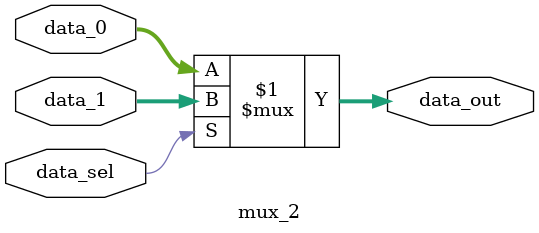
<source format=sv>
module mux_2 #(
    parameter DATA_W = 8
)(
     input  [DATA_W-1:0]    data_0
    ,input  [DATA_W-1:0]    data_1

    ,input                  data_sel

    ,output [DATA_W-1:0]    data_out
);

    assign data_out = data_sel
                    ? data_1
                    : data_0;
endmodule

</source>
